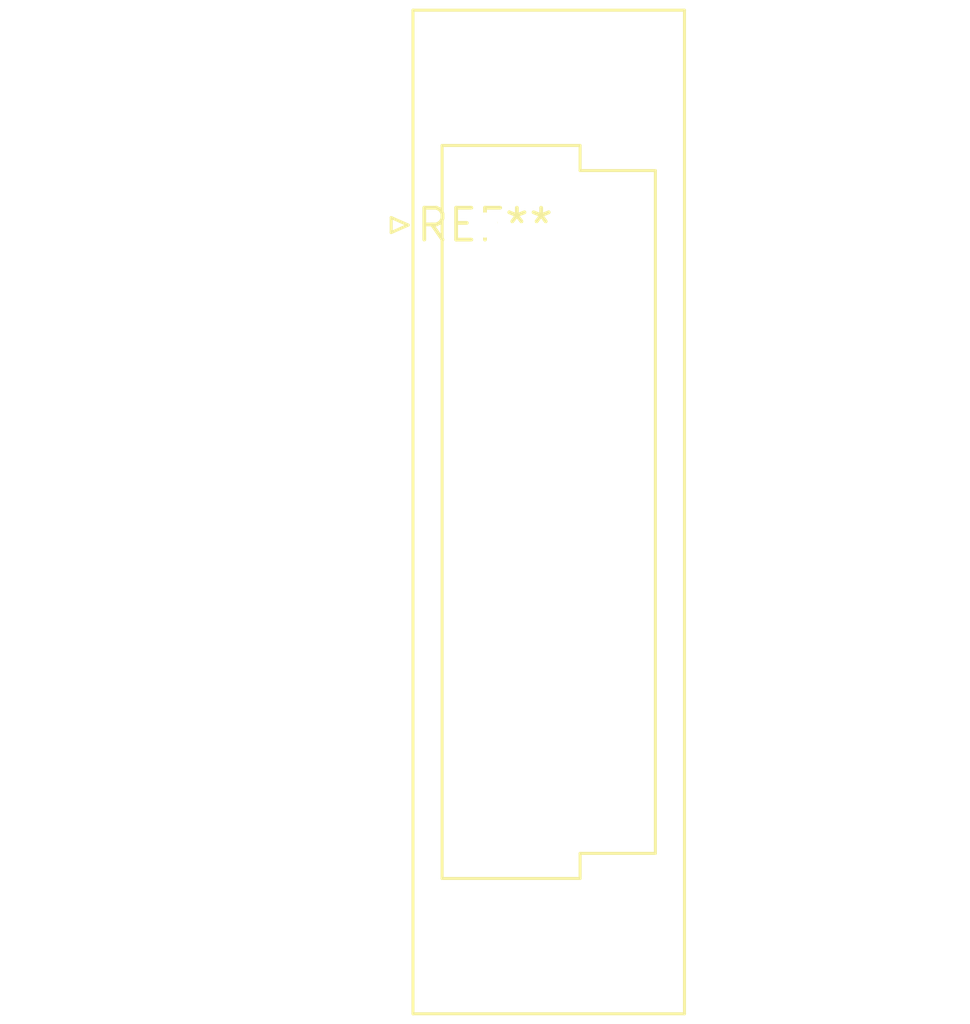
<source format=kicad_pcb>
(kicad_pcb (version 20240108) (generator pcbnew)
  (layers (0 "F.Cu" signal) (31 "B.Cu" signal) (34 "B.Paste" user) (35 "F.Paste" user) (36 "B.SilkS" user "B.Silkscreen") (37 "F.SilkS" user "F.Silkscreen") (38 "B.Mask" user) (39 "F.Mask" user) (44 "Edge.Cuts" user))
  (net 0 "")
  (footprint "DIN41612_C3_2x10_Female_Vertical_THT" (layer "F.Cu") (at 0 0)
    (property "Reference" "REF**")
    (property "Value" "DIN41612_C3_2x10_Female_Vertical_THT")
    (fp_line (start -3.74 -0.3) (end -3.74 0.3) (layer "F.SilkS") (stroke (width 0.12)))
    (fp_line (start -3.74 0.3) (end -3.06 0) (layer "F.SilkS") (stroke (width 0.12)))
    (fp_line (start -3.06 0) (end -3.74 -0.3) (layer "F.SilkS") (stroke (width 0.12)))
    (fp_line (start -2.87 -8.56) (end 7.95 -8.56) (layer "F.SilkS") (stroke (width 0.12)))
    (fp_line (start -2.87 31.42) (end -2.87 -8.56) (layer "F.SilkS") (stroke (width 0.12)))
    (fp_line (start -1.71 -3.17) (end 3.79 -3.17) (layer "F.SilkS") (stroke (width 0.12)))
    (fp_line (start -1.71 26.03) (end -1.71 -3.17) (layer "F.SilkS") (stroke (width 0.12)))
    (fp_line (start 3.79 -3.17) (end 3.79 -2.17) (layer "F.SilkS") (stroke (width 0.12)))
    (fp_line (start 3.79 -2.17) (end 6.79 -2.17) (layer "F.SilkS") (stroke (width 0.12)))
    (fp_line (start 3.79 25.03) (end 3.79 26.03) (layer "F.SilkS") (stroke (width 0.12)))
    (fp_line (start 3.79 26.03) (end -1.71 26.03) (layer "F.SilkS") (stroke (width 0.12)))
    (fp_line (start 6.79 -2.17) (end 6.79 25.03) (layer "F.SilkS") (stroke (width 0.12)))
    (fp_line (start 6.79 25.03) (end 3.79 25.03) (layer "F.SilkS") (stroke (width 0.12)))
    (fp_line (start 7.95 -8.56) (end 7.95 31.42) (layer "F.SilkS") (stroke (width 0.12)))
    (fp_line (start 7.95 31.42) (end -2.87 31.42) (layer "F.SilkS") (stroke (width 0.12)))
    (pad "" np_thru_hole circle (at 2.24 -5.95) (size 2.85 2.85) (drill 2.85) (layers *.Cu *.Mask))
    (pad "" np_thru_hole circle (at 2.24 28.81) (size 2.85 2.85) (drill 2.85) (layers *.Cu *.Mask))
    (pad "a1" thru_hole roundrect (at 0 0) (size 1.55 1.55) (drill 1) (layers *.Cu *.Mask) (remove_unused_layers) (roundrect_rratio 0.16129))
    (pad "a2" thru_hole circle (at 0 2.54) (size 1.55 1.55) (drill 1) (layers *.Cu *.Mask) (remove_unused_layers))
    (pad "a3" thru_hole circle (at 0 5.08) (size 1.55 1.55) (drill 1) (layers *.Cu *.Mask) (remove_unused_layers))
    (pad "a4" thru_hole circle (at 0 7.62) (size 1.55 1.55) (drill 1) (layers *.Cu *.Mask) (remove_unused_layers))
    (pad "a5" thru_hole circle (at 0 10.16) (size 1.55 1.55) (drill 1) (layers *.Cu *.Mask) (remove_unused_layers))
    (pad "a6" thru_hole circle (at 0 12.7) (size 1.55 1.55) (drill 1) (layers *.Cu *.Mask) (remove_unused_layers))
    (pad "a7" thru_hole circle (at 0 15.24) (size 1.55 1.55) (drill 1) (layers *.Cu *.Mask) (remove_unused_layers))
    (pad "a8" thru_hole circle (at 0 17.78) (size 1.55 1.55) (drill 1) (layers *.Cu *.Mask) (remove_unused_layers))
    (pad "a9" thru_hole circle (at 0 20.32) (size 1.55 1.55) (drill 1) (layers *.Cu *.Mask) (remove_unused_layers))
    (pad "a10" thru_hole circle (at 0 22.86) (size 1.55 1.55) (drill 1) (layers *.Cu *.Mask) (remove_unused_layers))
    (pad "c1" thru_hole circle (at 5.08 0) (size 1.55 1.55) (drill 1) (layers *.Cu *.Mask) (remove_unused_layers))
    (pad "c2" thru_hole circle (at 5.08 2.54) (size 1.55 1.55) (drill 1) (layers *.Cu *.Mask) (remove_unused_layers))
    (pad "c3" thru_hole circle (at 5.08 5.08) (size 1.55 1.55) (drill 1) (layers *.Cu *.Mask) (remove_unused_layers))
    (pad "c4" thru_hole circle (at 5.08 7.62) (size 1.55 1.55) (drill 1) (layers *.Cu *.Mask) (remove_unused_layers))
    (pad "c5" thru_hole circle (at 5.08 10.16) (size 1.55 1.55) (drill 1) (layers *.Cu *.Mask) (remove_unused_layers))
    (pad "c6" thru_hole circle (at 5.08 12.7) (size 1.55 1.55) (drill 1) (layers *.Cu *.Mask) (remove_unused_layers))
    (pad "c7" thru_hole circle (at 5.08 15.24) (size 1.55 1.55) (drill 1) (layers *.Cu *.Mask) (remove_unused_layers))
    (pad "c8" thru_hole circle (at 5.08 17.78) (size 1.55 1.55) (drill 1) (layers *.Cu *.Mask) (remove_unused_layers))
    (pad "c9" thru_hole circle (at 5.08 20.32) (size 1.55 1.55) (drill 1) (layers *.Cu *.Mask) (remove_unused_layers))
    (pad "c10" thru_hole circle (at 5.08 22.86) (size 1.55 1.55) (drill 1) (layers *.Cu *.Mask) (remove_unused_layers))
  )
)
</source>
